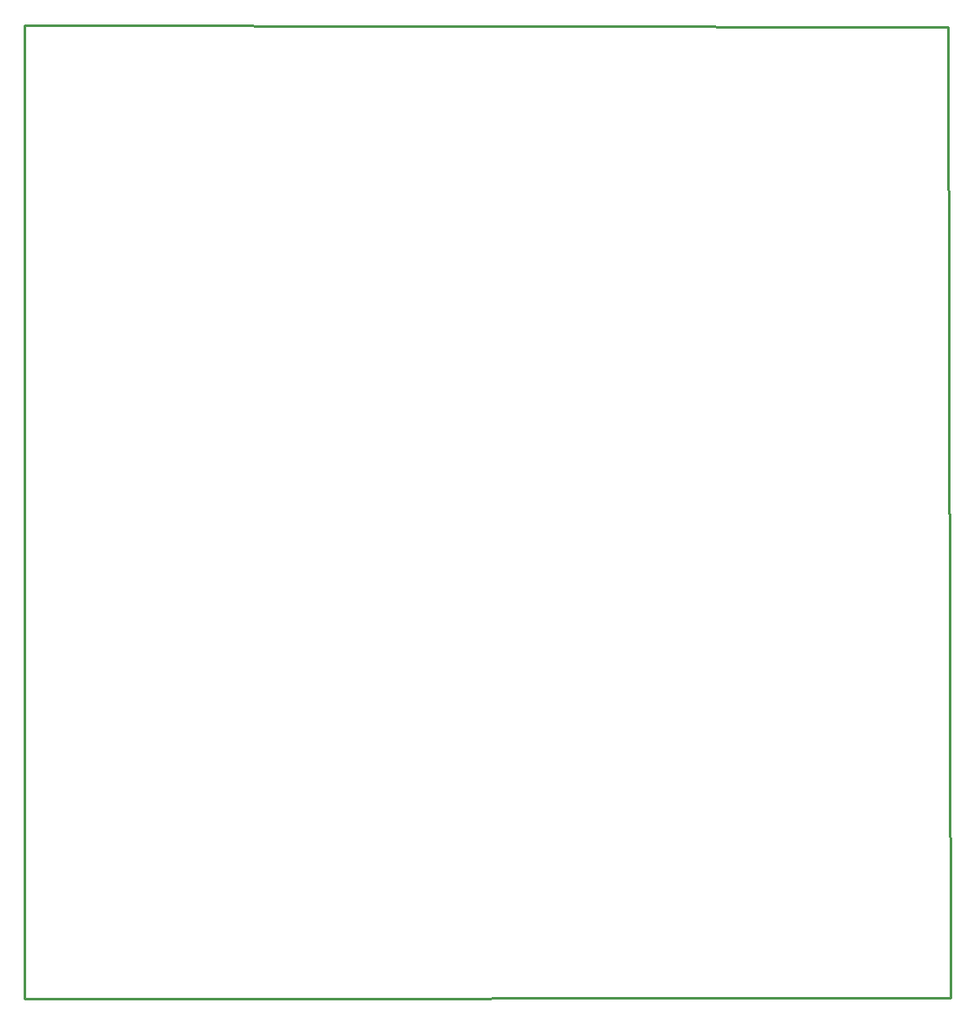
<source format=gko>
G04 Layer: BoardOutline*
G04 EasyEDA v6.4.19.5, 2021-04-28T11:36:21--3:00*
G04 a7b3d4a08c6744a69a75d88212847143,e32968b322094deeae1279e20ae9dd51,10*
G04 Gerber Generator version 0.2*
G04 Scale: 100 percent, Rotated: No, Reflected: No *
G04 Dimensions in millimeters *
G04 leading zeros omitted , absolute positions ,4 integer and 5 decimal *
%FSLAX45Y45*%
%MOMM*%

%ADD10C,0.2540*%
D10*
X48076358Y8057387D02*
G01*
X57349684Y8042384D01*
X57372884Y-1708297D01*
X48075804Y-1711195D01*
X48076104Y8055863D01*

%LPD*%
M02*

</source>
